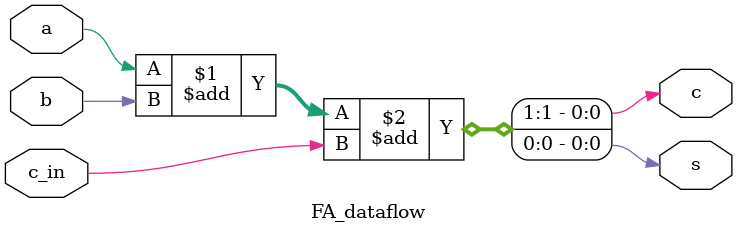
<source format=v>
`timescale 1ns / 1ps


module FA_dataflow(
    input a,
    input b,
    input c_in,
    output s,
    output c
    );
  // assign s = a^b^c_in;
  // assign c = (a & b) | (b & c_in) | (a & c_in);
     assign {c, s} = a + b + c_in;  // computes the value of RHS and assigns its value to c, s as 2 input vector
endmodule

</source>
